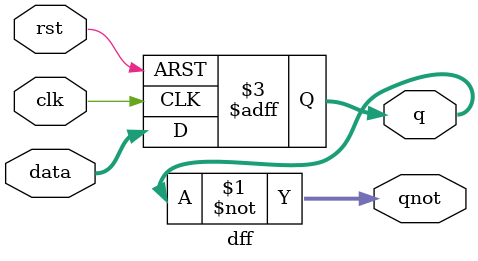
<source format=v>
`timescale 1ns / 1ps
module dff #(parameter SZE=4)
	(
    input clk,
    input  rst,
    input [SZE-1:0] data,
    output reg[SZE-1:0] q,
    output  [SZE-1:0]  qnot
    );

//reg [SZE-1:0]	q;

assign qnot = ~q;

always @(posedge clk or posedge rst)
begin
	if(rst) 
		q <= {SZE{1'b1}};
	else  
		q <= data;
end

endmodule
</source>
